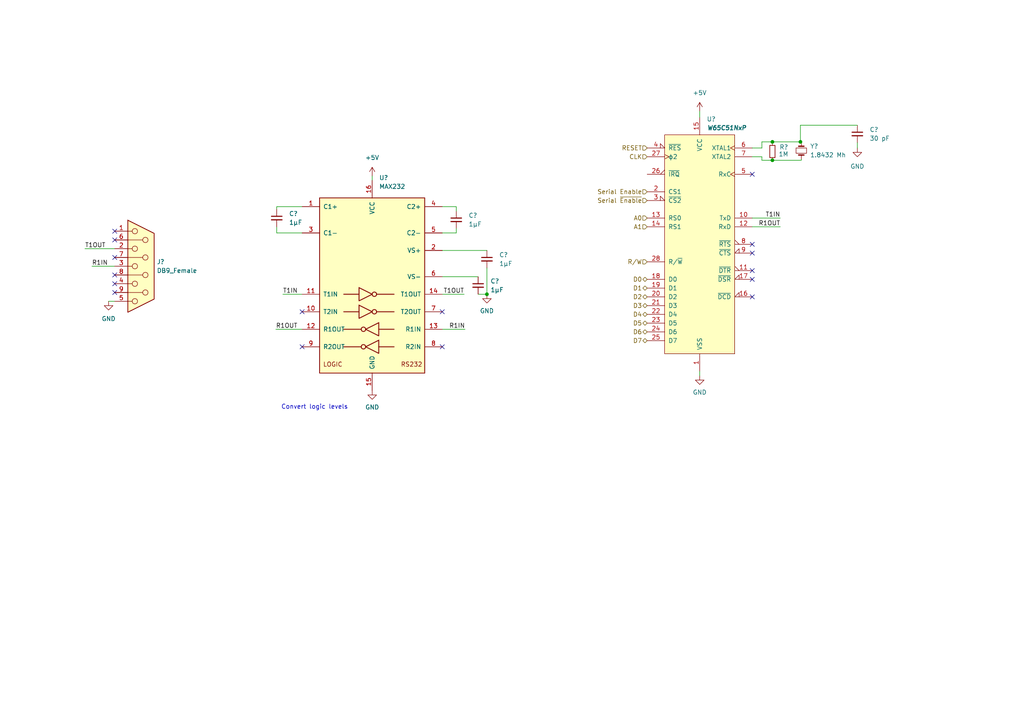
<source format=kicad_sch>
(kicad_sch (version 20211123) (generator eeschema)
  (paper "A4")
  (lib_symbols
    (symbol "65xx:W65C51NxP" (pin_names (offset 1.016))
      (property "Reference" "U" (at -10.16 33.02 0))
      (property "Value" "W65C51NxP" (at 0 0 90))
      (symbol "W65C51NxP_0_1"
        (rectangle (start -10.16 31.75) (end 10.16 -31.75) (fill (type background)))
      )
      (symbol "W65C51NxP_1_1"
        (pin power_in line (at 0 -36.83 90) (length 5.08) (name "VSS") (number "1"))
        (pin output line (at 15.24 7.62 180) (length 5.08) (name "TxD") (number "10"))
        (pin output output_low (at 15.24 -7.62 180) (length 5.08) (name "~{DTR}") (number "11"))
        (pin input line (at 15.24 5.08 180) (length 5.08) (name "RxD") (number "12"))
        (pin input line (at -15.24 7.62 0) (length 5.08) (name "RS0") (number "13"))
        (pin input line (at -15.24 5.08 0) (length 5.08) (name "RS1") (number "14"))
        (pin power_in line (at 0 36.83 270) (length 5.08) (name "VCC") (number "15"))
        (pin input input_low (at 15.24 -15.24 180) (length 5.08) (name "~{DCD}") (number "16"))
        (pin input input_low (at 15.24 -10.16 180) (length 5.08) (name "~{DSR}") (number "17"))
        (pin bidirectional line (at -15.24 -10.16 0) (length 5.08) (name "D0") (number "18"))
        (pin bidirectional line (at -15.24 -12.7 0) (length 5.08) (name "D1") (number "19"))
        (pin input line (at -15.24 15.24 0) (length 5.08) (name "CS1") (number "2"))
        (pin bidirectional line (at -15.24 -15.24 0) (length 5.08) (name "D2") (number "20"))
        (pin bidirectional line (at -15.24 -17.78 0) (length 5.08) (name "D3") (number "21"))
        (pin bidirectional line (at -15.24 -20.32 0) (length 5.08) (name "D4") (number "22"))
        (pin bidirectional line (at -15.24 -22.86 0) (length 5.08) (name "D5") (number "23"))
        (pin bidirectional line (at -15.24 -25.4 0) (length 5.08) (name "D6") (number "24"))
        (pin bidirectional line (at -15.24 -27.94 0) (length 5.08) (name "D7") (number "25"))
        (pin open_collector output_low (at -15.24 20.32 0) (length 5.08) (name "~{IRQ}") (number "26"))
        (pin input clock (at -15.24 25.4 0) (length 5.08) (name "ϕ2") (number "27"))
        (pin input line (at -15.24 -5.08 0) (length 5.08) (name "R/~{W}") (number "28"))
        (pin input input_low (at -15.24 12.7 0) (length 5.08) (name "~{CS2}") (number "3"))
        (pin input input_low (at -15.24 27.94 0) (length 5.08) (name "~{RES}") (number "4"))
        (pin bidirectional clock (at 15.24 20.32 180) (length 5.08) (name "RxC") (number "5"))
        (pin input clock (at 15.24 27.94 180) (length 5.08) (name "XTAL1") (number "6"))
        (pin output line (at 15.24 25.4 180) (length 5.08) (name "XTAL2") (number "7"))
        (pin output output_low (at 15.24 0 180) (length 5.08) (name "~{RTS}") (number "8"))
        (pin input input_low (at 15.24 -2.54 180) (length 5.08) (name "~{CTS}") (number "9"))
      )
    )
    (symbol "Connector:DB9_Female" (pin_names (offset 1.016) hide)
      (property "Reference" "J" (at 0 13.97 0))
      (property "Value" "DB9_Female" (at 0 -14.605 0))
      (symbol "DB9_Female_0_1"
        (circle (center -1.778 -10.16) (radius 0.762))
        (circle (center -1.778 -5.08) (radius 0.762))
        (circle (center -1.778 0) (radius 0.762))
        (circle (center -1.778 5.08) (radius 0.762))
        (circle (center -1.778 10.16) (radius 0.762))
        (polyline (pts (xy -3.81 -10.16) (xy -2.54 -10.16)))
        (polyline (pts (xy -3.81 -7.62) (xy 0.508 -7.62)))
        (polyline (pts (xy -3.81 -5.08) (xy -2.54 -5.08)))
        (polyline (pts (xy -3.81 -2.54) (xy 0.508 -2.54)))
        (polyline (pts (xy -3.81 0) (xy -2.54 0)))
        (polyline (pts (xy -3.81 2.54) (xy 0.508 2.54)))
        (polyline (pts (xy -3.81 5.08) (xy -2.54 5.08)))
        (polyline (pts (xy -3.81 7.62) (xy 0.508 7.62)))
        (polyline (pts (xy -3.81 10.16) (xy -2.54 10.16)))
        (polyline (pts (xy -3.81 13.335) (xy -3.81 -13.335) (xy 3.81 -9.525) (xy 3.81 9.525) (xy -3.81 13.335)) (stroke (width 0.254)) (fill (type background)))
        (circle (center 1.27 -7.62) (radius 0.762))
        (circle (center 1.27 -2.54) (radius 0.762))
        (circle (center 1.27 2.54) (radius 0.762))
        (circle (center 1.27 7.62) (radius 0.762))
      )
      (symbol "DB9_Female_1_1"
        (pin passive line (at -7.62 10.16 0) (length 3.81) (name "1") (number "1"))
        (pin passive line (at -7.62 5.08 0) (length 3.81) (name "2") (number "2"))
        (pin passive line (at -7.62 0 0) (length 3.81) (name "3") (number "3"))
        (pin passive line (at -7.62 -5.08 0) (length 3.81) (name "4") (number "4"))
        (pin passive line (at -7.62 -10.16 0) (length 3.81) (name "5") (number "5"))
        (pin passive line (at -7.62 7.62 0) (length 3.81) (name "6") (number "6"))
        (pin passive line (at -7.62 2.54 0) (length 3.81) (name "7") (number "7"))
        (pin passive line (at -7.62 -2.54 0) (length 3.81) (name "8") (number "8"))
        (pin passive line (at -7.62 -7.62 0) (length 3.81) (name "9") (number "9"))
      )
    )
    (symbol "Device:C_Small" (pin_numbers hide) (pin_names (offset 0.254) hide)
      (property "Reference" "C" (at 0.254 1.778 0))
      (property "Value" "C_Small" (at 0.254 -2.032 0))
      (symbol "C_Small_0_1"
        (polyline (pts (xy -1.524 -0.508) (xy 1.524 -0.508)) (stroke (width 0.3302)))
        (polyline (pts (xy -1.524 0.508) (xy 1.524 0.508)) (stroke (width 0.3048)))
      )
      (symbol "C_Small_1_1"
        (pin passive line (at 0 2.54 270) (length 2.032) (name "~") (number "1"))
        (pin passive line (at 0 -2.54 90) (length 2.032) (name "~") (number "2"))
      )
    )
    (symbol "Device:Crystal_Small" (pin_numbers hide) (pin_names (offset 1.016) hide)
      (property "Reference" "Y" (at 0 2.54 0))
      (property "Value" "Crystal_Small" (at 0 -2.54 0))
      (symbol "Crystal_Small_0_1"
        (rectangle (start -0.762 -1.524) (end 0.762 1.524))
        (polyline (pts (xy -1.27 -0.762) (xy -1.27 0.762)) (stroke (width 0.381)))
        (polyline (pts (xy 1.27 -0.762) (xy 1.27 0.762)) (stroke (width 0.381)))
      )
      (symbol "Crystal_Small_1_1"
        (pin passive line (at -2.54 0 0) (length 1.27) (name "1") (number "1"))
        (pin passive line (at 2.54 0 180) (length 1.27) (name "2") (number "2"))
      )
    )
    (symbol "Device:R_Small" (pin_numbers hide) (pin_names (offset 0.254) hide)
      (property "Reference" "R" (at 0.762 0.508 0))
      (property "Value" "R_Small" (at 0.762 -1.016 0))
      (symbol "R_Small_0_1"
        (rectangle (start -0.762 1.778) (end 0.762 -1.778) (stroke (width 0.2032)))
      )
      (symbol "R_Small_1_1"
        (pin passive line (at 0 2.54 270) (length 0.762) (name "~") (number "1"))
        (pin passive line (at 0 -2.54 90) (length 0.762) (name "~") (number "2"))
      )
    )
    (symbol "Interface_UART:MAX232" (pin_names (offset 1.016))
      (property "Reference" "U" (at -2.54 28.575 0))
      (property "Value" "MAX232" (at -2.54 26.67 0))
      (symbol "MAX232_0_0"
        (text "LOGIC" (at -11.43 -22.86 0) (effects (font (size 1.27 1.27))))
        (text "RS232" (at 11.43 -22.86 0) (effects (font (size 1.27 1.27))))
      )
      (symbol "MAX232_0_1"
        (rectangle (start -15.24 -25.4) (end 15.24 25.4) (stroke (width 0.254)) (fill (type background)))
        (circle (center -2.54 -17.78) (radius 0.635) (stroke (width 0.254)))
        (circle (center -2.54 -12.7) (radius 0.635) (stroke (width 0.254)))
        (polyline (pts (xy -3.81 -7.62) (xy -8.255 -7.62)) (stroke (width 0.254)))
        (polyline (pts (xy -3.81 -2.54) (xy -8.255 -2.54)) (stroke (width 0.254)))
        (polyline (pts (xy -3.175 -17.78) (xy -8.255 -17.78)) (stroke (width 0.254)))
        (polyline (pts (xy -3.175 -12.7) (xy -8.255 -12.7)) (stroke (width 0.254)))
        (polyline (pts (xy 1.27 -7.62) (xy 6.35 -7.62)) (stroke (width 0.254)))
        (polyline (pts (xy 1.27 -2.54) (xy 6.35 -2.54)) (stroke (width 0.254)))
        (polyline (pts (xy 1.905 -17.78) (xy 6.35 -17.78)) (stroke (width 0.254)))
        (polyline (pts (xy 1.905 -12.7) (xy 6.35 -12.7)) (stroke (width 0.254)))
        (polyline (pts (xy -3.81 -5.715) (xy -3.81 -9.525) (xy 0 -7.62) (xy -3.81 -5.715)) (stroke (width 0.254)))
        (polyline (pts (xy -3.81 -0.635) (xy -3.81 -4.445) (xy 0 -2.54) (xy -3.81 -0.635)) (stroke (width 0.254)))
        (polyline (pts (xy 1.905 -15.875) (xy 1.905 -19.685) (xy -1.905 -17.78) (xy 1.905 -15.875)) (stroke (width 0.254)))
        (polyline (pts (xy 1.905 -10.795) (xy 1.905 -14.605) (xy -1.905 -12.7) (xy 1.905 -10.795)) (stroke (width 0.254)))
        (circle (center 0.635 -7.62) (radius 0.635) (stroke (width 0.254)))
        (circle (center 0.635 -2.54) (radius 0.635) (stroke (width 0.254)))
      )
      (symbol "MAX232_1_1"
        (pin passive line (at -20.32 22.86 0) (length 5.08) (name "C1+") (number "1"))
        (pin input line (at -20.32 -7.62 0) (length 5.08) (name "T2IN") (number "10"))
        (pin input line (at -20.32 -2.54 0) (length 5.08) (name "T1IN") (number "11"))
        (pin output line (at -20.32 -12.7 0) (length 5.08) (name "R1OUT") (number "12"))
        (pin input line (at 20.32 -12.7 180) (length 5.08) (name "R1IN") (number "13"))
        (pin output line (at 20.32 -2.54 180) (length 5.08) (name "T1OUT") (number "14"))
        (pin power_in line (at 0 -30.48 90) (length 5.08) (name "GND") (number "15"))
        (pin power_in line (at 0 30.48 270) (length 5.08) (name "VCC") (number "16"))
        (pin power_out line (at 20.32 10.16 180) (length 5.08) (name "VS+") (number "2"))
        (pin passive line (at -20.32 15.24 0) (length 5.08) (name "C1-") (number "3"))
        (pin passive line (at 20.32 22.86 180) (length 5.08) (name "C2+") (number "4"))
        (pin passive line (at 20.32 15.24 180) (length 5.08) (name "C2-") (number "5"))
        (pin power_out line (at 20.32 2.54 180) (length 5.08) (name "VS-") (number "6"))
        (pin output line (at 20.32 -7.62 180) (length 5.08) (name "T2OUT") (number "7"))
        (pin input line (at 20.32 -17.78 180) (length 5.08) (name "R2IN") (number "8"))
        (pin output line (at -20.32 -17.78 0) (length 5.08) (name "R2OUT") (number "9"))
      )
    )
    (symbol "power:+5V" (power) (pin_names (offset 0))
      (property "Value" "+5V" (at 0 3.556 0))
      (symbol "+5V_0_1"
        (polyline (pts (xy -0.762 1.27) (xy 0 2.54)))
        (polyline (pts (xy 0 0) (xy 0 2.54)))
        (polyline (pts (xy 0 2.54) (xy 0.762 1.27)))
      )
      (symbol "+5V_1_1"
        (pin power_in line (at 0 0 90) (length 0) hide (name "+5V") (number "1"))
      )
    )
    (symbol "power:GND" (power) (pin_names (offset 0))
      (property "Value" "GND" (at 0 -3.81 0))
      (symbol "GND_0_1"
        (polyline (pts (xy 0 0) (xy 0 -1.27) (xy 1.27 -1.27) (xy 0 -2.54) (xy -1.27 -1.27) (xy 0 -1.27)))
      )
      (symbol "GND_1_1"
        (pin power_in line (at 0 0 270) (length 0) hide (name "GND") (number "1"))
      )
    )
  )
  (junction (at 232.156 41.148))
  (junction (at 224.028 41.148))
  (junction (at 141.224 85.344))
  (junction (at 224.028 46.482))
  (no_connect (at 218.186 50.546))
  (no_connect (at 33.274 74.676))
  (no_connect (at 218.186 73.406))
  (no_connect (at 33.274 69.596))
  (no_connect (at 218.186 70.866))
  (no_connect (at 218.186 78.486))
  (no_connect (at 128.27 100.584))
  (no_connect (at 33.274 82.296))
  (no_connect (at 33.274 84.836))
  (no_connect (at 218.186 81.026))
  (no_connect (at 33.274 79.756))
  (no_connect (at 87.63 90.424))
  (no_connect (at 87.63 100.584))
  (no_connect (at 128.27 90.424))
  (no_connect (at 33.274 67.056))
  (no_connect (at 218.186 86.106))
  (wire (pts (xy 220.98 45.466) (xy 220.98 46.482)))
  (wire (pts (xy 202.946 107.696) (xy 202.946 108.966)))
  (wire (pts (xy 24.638 72.136) (xy 33.274 72.136)))
  (wire (pts (xy 224.028 41.148) (xy 224.028 41.402)))
  (wire (pts (xy 82.042 85.344) (xy 87.63 85.344)))
  (wire (pts (xy 128.27 80.264) (xy 138.684 80.264)))
  (wire (pts (xy 224.028 46.482) (xy 232.41 46.482)))
  (wire (pts (xy 220.98 42.926) (xy 220.98 41.148)))
  (wire (pts (xy 87.63 67.564) (xy 80.264 67.564)))
  (wire (pts (xy 232.156 36.322) (xy 248.666 36.322)))
  (wire (pts (xy 132.334 61.214) (xy 132.334 59.944)))
  (wire (pts (xy 128.27 67.564) (xy 132.334 67.564)))
  (wire (pts (xy 248.666 41.402) (xy 248.666 42.926)))
  (wire (pts (xy 218.186 65.786) (xy 226.314 65.786)))
  (wire (pts (xy 218.186 63.246) (xy 226.314 63.246)))
  (wire (pts (xy 141.224 85.344) (xy 138.684 85.344)))
  (wire (pts (xy 218.186 45.466) (xy 220.98 45.466)))
  (wire (pts (xy 232.156 41.148) (xy 224.028 41.148)))
  (wire (pts (xy 128.27 95.504) (xy 134.874 95.504)))
  (wire (pts (xy 128.27 85.344) (xy 134.62 85.344)))
  (wire (pts (xy 141.224 77.724) (xy 141.224 85.344)))
  (wire (pts (xy 220.98 46.482) (xy 224.028 46.482)))
  (wire (pts (xy 80.264 67.564) (xy 80.264 65.786)))
  (wire (pts (xy 202.946 32.258) (xy 202.946 34.036)))
  (wire (pts (xy 80.264 59.944) (xy 87.63 59.944)))
  (wire (pts (xy 232.156 41.148) (xy 232.156 36.322)))
  (wire (pts (xy 232.41 41.148) (xy 232.156 41.148)))
  (wire (pts (xy 80.264 60.706) (xy 80.264 59.944)))
  (wire (pts (xy 107.95 51.054) (xy 107.95 52.324)))
  (wire (pts (xy 31.496 87.376) (xy 33.274 87.376)))
  (wire (pts (xy 80.01 95.504) (xy 87.63 95.504)))
  (wire (pts (xy 128.27 72.644) (xy 141.224 72.644)))
  (wire (pts (xy 132.334 67.564) (xy 132.334 66.294)))
  (wire (pts (xy 220.98 41.148) (xy 224.028 41.148)))
  (wire (pts (xy 132.334 59.944) (xy 128.27 59.944)))
  (wire (pts (xy 26.67 77.216) (xy 33.274 77.216)))
  (wire (pts (xy 218.186 42.926) (xy 220.98 42.926)))
  (wire (pts (xy 232.41 46.482) (xy 232.41 46.228)))
  (text "Convert logic levels\n" (at 81.534 118.872 0) (effects (font (size 1.27 1.27)) (justify left bottom)))
  (label "T1IN" (at 82.042 85.344 0))
  (label "T1OUT" (at 134.62 85.344 180))
  (label "R1OUT" (at 80.01 95.504 0))
  (label "T1OUT" (at 24.638 72.136 0))
  (label "R1IN" (at 134.874 95.504 180))
  (label "R1OUT" (at 226.314 65.786 180))
  (label "T1IN" (at 226.314 63.246 180))
  (label "R1IN" (at 26.67 77.216 0))
  (hierarchical_label "D7" (shape bidirectional) (at 187.706 98.806 180))
  (hierarchical_label "CLK" (shape input) (at 187.706 45.466 180))
  (hierarchical_label "A1" (shape input) (at 187.706 65.786 180))
  (hierarchical_label "Serial ~{Enable}" (shape input) (at 187.706 58.166 180))
  (hierarchical_label "D3" (shape bidirectional) (at 187.706 88.646 180))
  (hierarchical_label "D2" (shape bidirectional) (at 187.706 86.106 180))
  (hierarchical_label "R{slash}W" (shape input) (at 187.706 75.946 180))
  (hierarchical_label "Serial Enable" (shape input) (at 187.706 55.626 180))
  (hierarchical_label "RESET" (shape input) (at 187.706 42.926 180))
  (hierarchical_label "D6" (shape bidirectional) (at 187.706 96.266 180))
  (hierarchical_label "D5" (shape bidirectional) (at 187.706 93.726 180))
  (hierarchical_label "A0" (shape input) (at 187.706 63.246 180))
  (hierarchical_label "D4" (shape bidirectional) (at 187.706 91.186 180))
  (hierarchical_label "D1" (shape bidirectional) (at 187.706 83.566 180))
  (hierarchical_label "D0" (shape bidirectional) (at 187.706 81.026 180))
  (symbol (lib_id "Device:C_Small") (at 132.334 63.754 0) (unit 1)
    (property "Reference" "C?" (at 135.89 62.4902 0) (effects (justify left)))
    (property "Value" "1µF" (at 135.89 65.0302 0) (effects (justify left)))
  )
  (symbol (lib_id "Device:R_Small") (at 224.028 43.942 0) (unit 1)
    (property "Reference" "R?" (at 226.06 42.6719 0) (effects (justify left)))
    (property "Value" "1M" (at 225.806 44.704 0) (effects (justify left)))
  )
  (symbol (lib_id "power:GND") (at 107.95 113.284 0) (unit 1)
    (property "Reference" "#PWR0145" (effects hide))
    (property "Value" "GND" (at 107.95 118.11 0))
  )
  (symbol (lib_id "power:GND") (at 31.496 87.376 0) (unit 1)
    (property "Reference" "#PWR0144" (effects hide))
    (property "Value" "GND" (at 31.496 92.456 0))
  )
  (symbol (lib_id "Device:C_Small") (at 141.224 75.184 0) (unit 1)
    (property "Reference" "C?" (at 144.78 73.9202 0) (effects (justify left)))
    (property "Value" "1µF" (at 144.78 76.4602 0) (effects (justify left)))
  )
  (symbol (lib_id "Device:C_Small") (at 248.666 38.862 0) (unit 1)
    (property "Reference" "C?" (at 252.222 37.5982 0) (effects (justify left)))
    (property "Value" "30 pF" (at 252.222 40.1382 0) (effects (justify left)))
  )
  (symbol (lib_id "Device:C_Small") (at 138.684 82.804 0) (unit 1)
    (property "Reference" "C?" (at 142.24 81.5402 0) (effects (justify left)))
    (property "Value" "1µF" (at 142.24 84.0802 0) (effects (justify left)))
  )
  (symbol (lib_id "Device:C_Small") (at 80.264 63.246 0) (unit 1)
    (property "Reference" "C?" (at 83.82 61.9822 0) (effects (justify left)))
    (property "Value" "1µF" (at 83.82 64.5222 0) (effects (justify left)))
  )
  (symbol (lib_id "65xx:W65C51NxP") (at 202.946 70.866 0) (unit 1)
    (property "Reference" "U?" (at 204.9654 34.544 0) (effects (justify left)))
    (property "Value" "W65C51NxP" (at 204.9654 37.084 0) (effects (font bold italic) (justify left)))
    (property "Footprint" "Package_DIP:DIP-28_W15.24mm" (effects hide))
    (property "Datasheet" "http://www.westerndesigncenter.com/wdc/documentation/w65c51n.pdf" (effects hide))
  )
  (symbol (lib_id "Device:Crystal_Small") (at 232.41 43.688 90) (unit 1)
    (property "Reference" "Y?" (at 234.95 42.4179 90) (effects (justify right)))
    (property "Value" "1.8432 Mh" (at 234.95 44.9579 90) (effects (justify right)))
  )
  (symbol (lib_id "Interface_UART:MAX232") (at 107.95 82.804 0) (unit 1)
    (property "Reference" "U?" (at 109.9694 51.562 0) (effects (justify left)))
    (property "Value" "MAX232" (at 109.9694 54.102 0) (effects (justify left)))
    (property "Datasheet" "http://www.ti.com/lit/ds/symlink/max232.pdf" (effects hide))
  )
  (symbol (lib_id "power:GND") (at 248.666 42.926 0) (unit 1)
    (property "Reference" "#PWR0147" (effects hide))
    (property "Value" "GND" (at 248.666 48.26 0))
  )
  (symbol (lib_id "power:GND") (at 202.946 108.966 0) (unit 1)
    (property "Reference" "#PWR0148" (effects hide))
    (property "Value" "GND" (at 202.946 113.792 0))
  )
  (symbol (lib_id "power:+5V") (at 202.946 32.258 0) (unit 1)
    (property "Reference" "#PWR0146" (effects hide))
    (property "Value" "+5V" (at 202.946 26.924 0))
  )
  (symbol (lib_id "power:GND") (at 141.224 85.344 0) (unit 1)
    (property "Reference" "#PWR0142" (effects hide))
    (property "Value" "GND" (at 141.224 90.17 0))
  )
  (symbol (lib_id "power:+5V") (at 107.95 51.054 0) (unit 1)
    (property "Reference" "#PWR0143" (effects hide))
    (property "Value" "+5V" (at 107.95 45.72 0))
  )
  (symbol (lib_id "Connector:DB9_Female") (at 40.894 77.216 0) (unit 1)
    (property "Reference" "J?" (at 45.466 75.9459 0) (effects (justify left)))
    (property "Value" "DB9_Female" (at 45.466 78.4859 0) (effects (justify left)))
    (property "Datasheet" " ~" (effects hide))
  )
)
</source>
